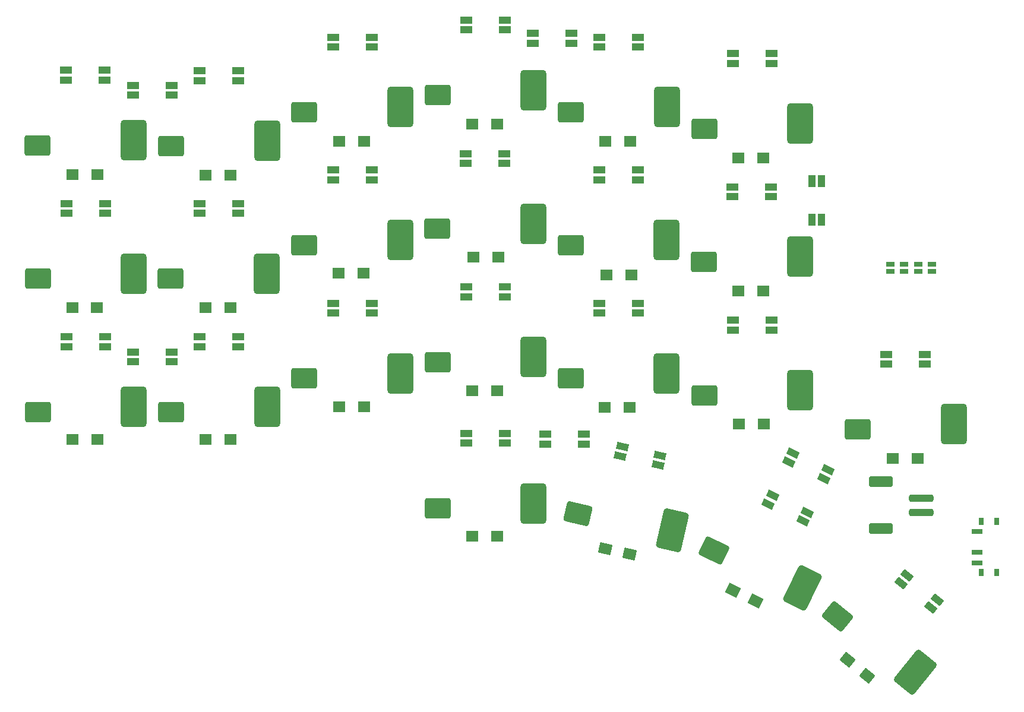
<source format=gbp>
G04 #@! TF.GenerationSoftware,KiCad,Pcbnew,7.0.8*
G04 #@! TF.CreationDate,2023-10-25T23:55:58+08:00*
G04 #@! TF.ProjectId,owl,6f776c2e-6b69-4636-9164-5f7063625858,rev?*
G04 #@! TF.SameCoordinates,Original*
G04 #@! TF.FileFunction,Paste,Bot*
G04 #@! TF.FilePolarity,Positive*
%FSLAX46Y46*%
G04 Gerber Fmt 4.6, Leading zero omitted, Abs format (unit mm)*
G04 Created by KiCad (PCBNEW 7.0.8) date 2023-10-25 23:55:58*
%MOMM*%
%LPD*%
G01*
G04 APERTURE LIST*
G04 Aperture macros list*
%AMRoundRect*
0 Rectangle with rounded corners*
0 $1 Rounding radius*
0 $2 $3 $4 $5 $6 $7 $8 $9 X,Y pos of 4 corners*
0 Add a 4 corners polygon primitive as box body*
4,1,4,$2,$3,$4,$5,$6,$7,$8,$9,$2,$3,0*
0 Add four circle primitives for the rounded corners*
1,1,$1+$1,$2,$3*
1,1,$1+$1,$4,$5*
1,1,$1+$1,$6,$7*
1,1,$1+$1,$8,$9*
0 Add four rect primitives between the rounded corners*
20,1,$1+$1,$2,$3,$4,$5,0*
20,1,$1+$1,$4,$5,$6,$7,0*
20,1,$1+$1,$6,$7,$8,$9,0*
20,1,$1+$1,$8,$9,$2,$3,0*%
%AMRotRect*
0 Rectangle, with rotation*
0 The origin of the aperture is its center*
0 $1 length*
0 $2 width*
0 $3 Rotation angle, in degrees counterclockwise*
0 Add horizontal line*
21,1,$1,$2,0,0,$3*%
G04 Aperture macros list end*
%ADD10R,1.800000X1.500000*%
%ADD11R,0.800000X1.000000*%
%ADD12R,1.500000X0.700000*%
%ADD13RoundRect,0.432496X-1.398404X-2.445004X1.398404X-2.445004X1.398404X2.445004X-1.398404X2.445004X0*%
%ADD14RoundRect,0.344204X-1.514196X-1.115796X1.514196X-1.115796X1.514196X1.115796X-1.514196X1.115796X0*%
%ADD15RotRect,1.700000X1.000000X154.000000*%
%ADD16R,1.700000X1.000000*%
%ADD17RotRect,1.800000X1.500000X154.000000*%
%ADD18R,1.000000X1.700000*%
%ADD19RotRect,1.700000X1.000000X334.000000*%
%ADD20RotRect,1.800000X1.500000X167.000000*%
%ADD21RotRect,1.700000X1.000000X167.000000*%
%ADD22RoundRect,0.432496X-2.625455X-1.020081X-0.451927X-2.780169X2.625455X1.020081X0.451927X2.780169X0*%
%ADD23RoundRect,0.344204X-1.878944X0.085778X0.474558X-1.820051X1.878944X-0.085778X-0.474558X1.820051X0*%
%ADD24RotRect,1.700000X1.000000X141.000000*%
%ADD25RotRect,1.800000X1.500000X141.000000*%
%ADD26RoundRect,0.432496X-2.328696X-1.584535X0.185058X-2.810575X2.328696X1.584535X-0.185058X2.810575X0*%
%ADD27RoundRect,0.344204X-1.850083X-0.339091X0.871818X-1.666651X1.850083X0.339091X-0.871818X1.666651X0*%
%ADD28RoundRect,0.250000X-1.500000X0.250000X-1.500000X-0.250000X1.500000X-0.250000X1.500000X0.250000X0*%
%ADD29RoundRect,0.250001X-1.449999X0.499999X-1.449999X-0.499999X1.449999X-0.499999X1.449999X0.499999X0*%
%ADD30RoundRect,0.432496X-1.912569X-2.067766X0.812557X-2.696911X1.912569X2.067766X-0.812557X2.696911X0*%
%ADD31RoundRect,0.344204X-1.726387X-0.746578X1.224388X-1.427818X1.726387X0.746578X-1.224388X1.427818X0*%
%ADD32R,1.143000X0.635000*%
G04 APERTURE END LIST*
D10*
X143357600Y-88595200D03*
X139807600Y-88595200D03*
D11*
X212215000Y-133550000D03*
X214425000Y-133550000D03*
X212215000Y-126250000D03*
X214425000Y-126250000D03*
D12*
X211565000Y-127650000D03*
X211565000Y-130650000D03*
X211565000Y-132150000D03*
D13*
X91387100Y-109913100D03*
D14*
X77702800Y-110655600D03*
D15*
X186772024Y-126193076D03*
X187385743Y-124934765D03*
X182442376Y-122523724D03*
X181828657Y-123782035D03*
D16*
X144228000Y-75223600D03*
X144228000Y-73823600D03*
X138728000Y-73823600D03*
X138728000Y-75223600D03*
X119779600Y-95159600D03*
X119779600Y-96559600D03*
X125279600Y-96559600D03*
X125279600Y-95159600D03*
D10*
X162150600Y-72034400D03*
X158600600Y-72034400D03*
D13*
X91387100Y-90913900D03*
D14*
X77702800Y-91656400D03*
D10*
X181149800Y-93370400D03*
X177599800Y-93370400D03*
D16*
X81730400Y-61936400D03*
X81730400Y-63336400D03*
X87230400Y-63336400D03*
X87230400Y-61936400D03*
D17*
X180004959Y-137633309D03*
X176814241Y-136077091D03*
D18*
X189422000Y-83268000D03*
X188022000Y-83268000D03*
X188022000Y-77768000D03*
X189422000Y-77768000D03*
D16*
X176777200Y-59548800D03*
X176777200Y-60948800D03*
X182277200Y-60948800D03*
X182277200Y-59548800D03*
D19*
X190328543Y-118901365D03*
X189714824Y-120159676D03*
X184771457Y-117748635D03*
X185385176Y-116490324D03*
D16*
X119779600Y-57212000D03*
X119779600Y-58612000D03*
X125279600Y-58612000D03*
X125279600Y-57212000D03*
D13*
X110386300Y-71965500D03*
D14*
X96702000Y-72708000D03*
D10*
X105203800Y-114604800D03*
X101653800Y-114604800D03*
X143202200Y-107645200D03*
X139652200Y-107645200D03*
D13*
X186383100Y-69527100D03*
D14*
X172698800Y-70269600D03*
D20*
X162035494Y-130943557D03*
X158576480Y-130144981D03*
D13*
X91336300Y-71914700D03*
D14*
X77652000Y-72657200D03*
D10*
X162099800Y-109982000D03*
X158549800Y-109982000D03*
D13*
X167333100Y-105137900D03*
D14*
X153648800Y-105880400D03*
D13*
X148384700Y-64751900D03*
D14*
X134700400Y-65494400D03*
D10*
X105150000Y-95758000D03*
X101600000Y-95758000D03*
X203095400Y-117246400D03*
X199545400Y-117246400D03*
D13*
X148384700Y-123679900D03*
D14*
X134700400Y-124422400D03*
D16*
X100780400Y-61987200D03*
X100780400Y-63387200D03*
X106280400Y-63387200D03*
X106280400Y-61987200D03*
D10*
X181197600Y-112369600D03*
X177647600Y-112369600D03*
X86156800Y-95758000D03*
X82606800Y-95758000D03*
D13*
X167333100Y-86138700D03*
D14*
X153648800Y-86881200D03*
D21*
X166098052Y-118191474D03*
X166412983Y-116827356D03*
X161053948Y-115590126D03*
X160739017Y-116954244D03*
D16*
X106236400Y-82346800D03*
X106236400Y-80946800D03*
X100736400Y-80946800D03*
X100736400Y-82346800D03*
X148250000Y-58075000D03*
X148250000Y-56675000D03*
X153750000Y-56675000D03*
X153750000Y-58075000D03*
D10*
X143151400Y-69596000D03*
X139601400Y-69596000D03*
X143202200Y-128371600D03*
X139652200Y-128371600D03*
D16*
X125279600Y-77560400D03*
X125279600Y-76160400D03*
X119779600Y-76160400D03*
X119779600Y-77560400D03*
X138778800Y-92822800D03*
X138778800Y-94222800D03*
X144278800Y-94222800D03*
X144278800Y-92822800D03*
X138778800Y-54773600D03*
X138778800Y-56173600D03*
X144278800Y-56173600D03*
X144278800Y-54773600D03*
D10*
X162300000Y-91135200D03*
X158750000Y-91135200D03*
D13*
X110386300Y-109913100D03*
D14*
X96702000Y-110655600D03*
D13*
X186332300Y-88526300D03*
D14*
X172648000Y-89268800D03*
D10*
X124101400Y-90881200D03*
X120551400Y-90881200D03*
D13*
X208277900Y-112402300D03*
D14*
X194593600Y-113144800D03*
D16*
X163227200Y-77560400D03*
X163227200Y-76160400D03*
X157727200Y-76160400D03*
X157727200Y-77560400D03*
X198672000Y-102424000D03*
X198672000Y-103824000D03*
X204172000Y-103824000D03*
X204172000Y-102424000D03*
X157778000Y-57212000D03*
X157778000Y-58612000D03*
X163278000Y-58612000D03*
X163278000Y-57212000D03*
D13*
X186383100Y-107525500D03*
D14*
X172698800Y-108268000D03*
D13*
X148384700Y-102801100D03*
D14*
X134700400Y-103543600D03*
D16*
X91250000Y-65475000D03*
X91250000Y-64075000D03*
X96750000Y-64075000D03*
X96750000Y-65475000D03*
X155550000Y-113825000D03*
X155550000Y-115225000D03*
X150050000Y-115225000D03*
X150050000Y-113825000D03*
X176777200Y-97547200D03*
X176777200Y-98947200D03*
X182277200Y-98947200D03*
X182277200Y-97547200D03*
D22*
X202804630Y-147793119D03*
D23*
X191702661Y-139758340D03*
D24*
X204998227Y-138520233D03*
X205879276Y-137432229D03*
X201604973Y-133970967D03*
X200723924Y-135058971D03*
D25*
X195903076Y-148244286D03*
X193144208Y-146010198D03*
D16*
X144278800Y-115101600D03*
X144278800Y-113701600D03*
X138778800Y-113701600D03*
X138778800Y-115101600D03*
X87281200Y-82335600D03*
X87281200Y-80935600D03*
X81781200Y-80935600D03*
X81781200Y-82335600D03*
X157727200Y-95159600D03*
X157727200Y-96559600D03*
X163227200Y-96559600D03*
X163227200Y-95159600D03*
D10*
X124203000Y-72034400D03*
X120653000Y-72034400D03*
X86204600Y-114604800D03*
X82654600Y-114604800D03*
D16*
X100780400Y-99934800D03*
X100780400Y-101334800D03*
X106280400Y-101334800D03*
X106280400Y-99934800D03*
X81781200Y-99934800D03*
X81781200Y-101334800D03*
X87281200Y-101334800D03*
X87281200Y-99934800D03*
D26*
X186709772Y-135706102D03*
D27*
X174084914Y-130374654D03*
D10*
X124203000Y-109931200D03*
X120653000Y-109931200D03*
D13*
X148333900Y-83801900D03*
D14*
X134649600Y-84544400D03*
D16*
X91300000Y-103475000D03*
X91300000Y-102075000D03*
X96800000Y-102075000D03*
X96800000Y-103475000D03*
X182226400Y-79948000D03*
X182226400Y-78548000D03*
X176726400Y-78548000D03*
X176726400Y-79948000D03*
D10*
X181149800Y-74425000D03*
X177599800Y-74425000D03*
D13*
X167383900Y-67190300D03*
D14*
X153699600Y-67932800D03*
D10*
X86200000Y-76800000D03*
X82650000Y-76800000D03*
D28*
X203600000Y-124950000D03*
X203600000Y-122950000D03*
D29*
X197850000Y-120600000D03*
X197850000Y-127300000D03*
D13*
X129385500Y-67190300D03*
D14*
X115701200Y-67932800D03*
D13*
X129385500Y-86138700D03*
D14*
X115701200Y-86881200D03*
D13*
X129385500Y-105137900D03*
D14*
X115701200Y-105880400D03*
D10*
X105203800Y-76850000D03*
X101653800Y-76850000D03*
D13*
X110335500Y-90913900D03*
D14*
X96651200Y-91656400D03*
D30*
X168176999Y-127477793D03*
D31*
X154676401Y-125122965D03*
D32*
X203198800Y-89589240D03*
X203198800Y-90590000D03*
X201218800Y-89589620D03*
X201218800Y-90590380D03*
X205180000Y-89585620D03*
X205180000Y-90586380D03*
X199236400Y-89589240D03*
X199236400Y-90590000D03*
M02*

</source>
